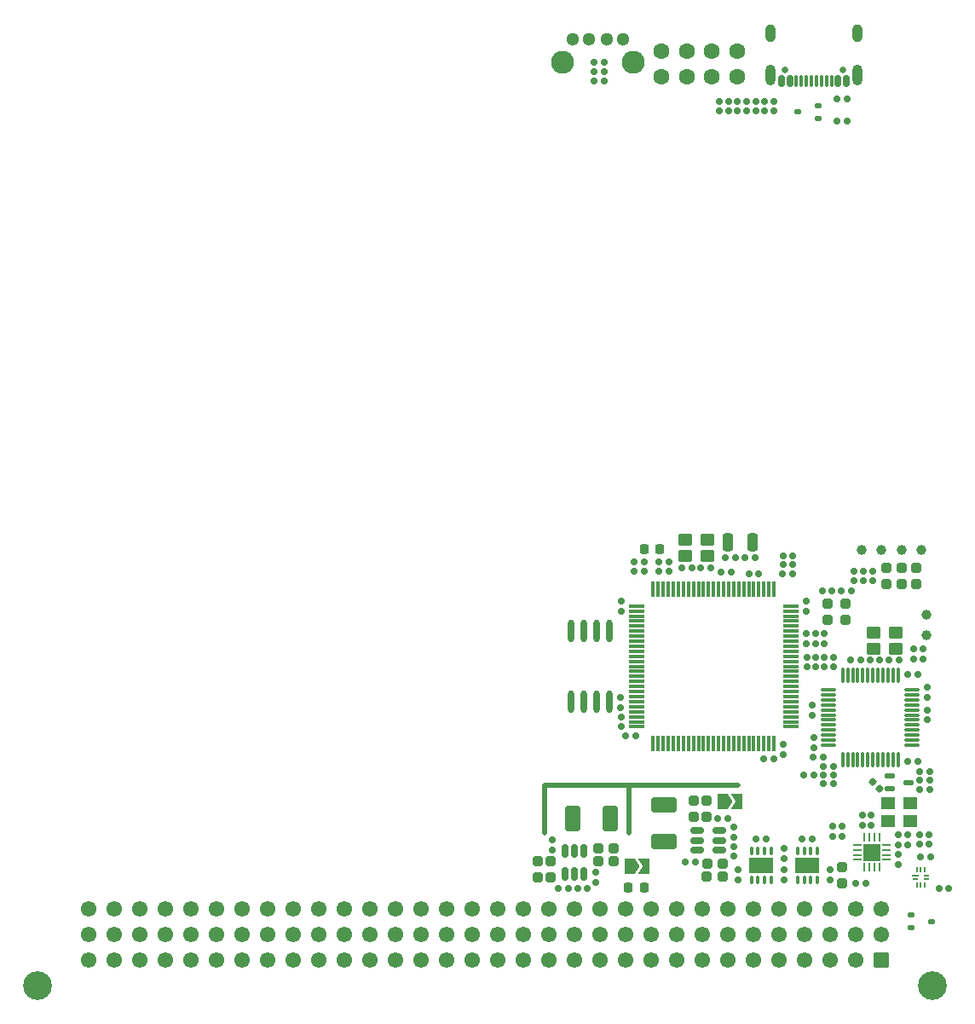
<source format=gbr>
%TF.GenerationSoftware,KiCad,Pcbnew,8.0.9-8.0.9-0~ubuntu24.04.1*%
%TF.CreationDate,2025-04-19T18:55:16+00:00*%
%TF.ProjectId,base-module,62617365-2d6d-46f6-9475-6c652e6b6963,1.0.1*%
%TF.SameCoordinates,Original*%
%TF.FileFunction,Soldermask,Top*%
%TF.FilePolarity,Negative*%
%FSLAX46Y46*%
G04 Gerber Fmt 4.6, Leading zero omitted, Abs format (unit mm)*
G04 Created by KiCad (PCBNEW 8.0.9-8.0.9-0~ubuntu24.04.1) date 2025-04-19 18:55:16*
%MOMM*%
%LPD*%
G01*
G04 APERTURE LIST*
G04 Aperture macros list*
%AMRoundRect*
0 Rectangle with rounded corners*
0 $1 Rounding radius*
0 $2 $3 $4 $5 $6 $7 $8 $9 X,Y pos of 4 corners*
0 Add a 4 corners polygon primitive as box body*
4,1,4,$2,$3,$4,$5,$6,$7,$8,$9,$2,$3,0*
0 Add four circle primitives for the rounded corners*
1,1,$1+$1,$2,$3*
1,1,$1+$1,$4,$5*
1,1,$1+$1,$6,$7*
1,1,$1+$1,$8,$9*
0 Add four rect primitives between the rounded corners*
20,1,$1+$1,$2,$3,$4,$5,0*
20,1,$1+$1,$4,$5,$6,$7,0*
20,1,$1+$1,$6,$7,$8,$9,0*
20,1,$1+$1,$8,$9,$2,$3,0*%
%AMFreePoly0*
4,1,6,1.000000,0.000000,0.500000,-0.750000,-0.500000,-0.750000,-0.500000,0.750000,0.500000,0.750000,1.000000,0.000000,1.000000,0.000000,$1*%
%AMFreePoly1*
4,1,6,0.500000,-0.750000,-0.650000,-0.750000,-0.150000,0.000000,-0.650000,0.750000,0.500000,0.750000,0.500000,-0.750000,0.500000,-0.750000,$1*%
G04 Aperture macros list end*
%ADD10C,0.500000*%
%ADD11RoundRect,0.250001X0.999999X-0.499999X0.999999X0.499999X-0.999999X0.499999X-0.999999X-0.499999X0*%
%ADD12FreePoly0,0.000000*%
%ADD13FreePoly1,0.000000*%
%ADD14C,1.000000*%
%ADD15C,1.600000*%
%ADD16RoundRect,0.159000X-0.189000X0.159000X-0.189000X-0.159000X0.189000X-0.159000X0.189000X0.159000X0*%
%ADD17RoundRect,0.159000X0.159000X0.189000X-0.159000X0.189000X-0.159000X-0.189000X0.159000X-0.189000X0*%
%ADD18RoundRect,0.159000X0.189000X-0.159000X0.189000X0.159000X-0.189000X0.159000X-0.189000X-0.159000X0*%
%ADD19RoundRect,0.159000X-0.159000X-0.189000X0.159000X-0.189000X0.159000X0.189000X-0.159000X0.189000X0*%
%ADD20RoundRect,0.239000X0.274000X-0.239000X0.274000X0.239000X-0.274000X0.239000X-0.274000X-0.239000X0*%
%ADD21RoundRect,0.220000X0.220000X0.255000X-0.220000X0.255000X-0.220000X-0.255000X0.220000X-0.255000X0*%
%ADD22R,0.663000X0.225000*%
%ADD23R,0.563000X0.225000*%
%ADD24R,0.225000X0.563000*%
%ADD25RoundRect,0.244000X-0.269000X0.244000X-0.269000X-0.244000X0.269000X-0.244000X0.269000X0.244000X0*%
%ADD26RoundRect,0.150000X-0.512500X-0.150000X0.512500X-0.150000X0.512500X0.150000X-0.512500X0.150000X0*%
%ADD27RoundRect,0.239000X-0.274000X0.239000X-0.274000X-0.239000X0.274000X-0.239000X0.274000X0.239000X0*%
%ADD28RoundRect,0.244000X0.244000X0.269000X-0.244000X0.269000X-0.244000X-0.269000X0.244000X-0.269000X0*%
%ADD29RoundRect,0.250000X0.450000X0.350000X-0.450000X0.350000X-0.450000X-0.350000X0.450000X-0.350000X0*%
%ADD30RoundRect,0.075000X-0.075000X0.662500X-0.075000X-0.662500X0.075000X-0.662500X0.075000X0.662500X0*%
%ADD31RoundRect,0.075000X-0.662500X0.075000X-0.662500X-0.075000X0.662500X-0.075000X0.662500X0.075000X0*%
%ADD32RoundRect,0.075000X-0.075000X0.725000X-0.075000X-0.725000X0.075000X-0.725000X0.075000X0.725000X0*%
%ADD33RoundRect,0.075000X-0.725000X0.075000X-0.725000X-0.075000X0.725000X-0.075000X0.725000X0.075000X0*%
%ADD34C,0.650000*%
%ADD35RoundRect,0.150000X0.150000X0.425000X-0.150000X0.425000X-0.150000X-0.425000X0.150000X-0.425000X0*%
%ADD36RoundRect,0.075000X0.075000X0.500000X-0.075000X0.500000X-0.075000X-0.500000X0.075000X-0.500000X0*%
%ADD37O,1.000000X2.100000*%
%ADD38O,1.000000X1.800000*%
%ADD39RoundRect,0.112500X-0.237500X0.112500X-0.237500X-0.112500X0.237500X-0.112500X0.237500X0.112500X0*%
%ADD40RoundRect,0.244000X-0.244000X-0.269000X0.244000X-0.269000X0.244000X0.269000X-0.244000X0.269000X0*%
%ADD41C,2.850000*%
%ADD42RoundRect,0.249999X0.525001X0.525001X-0.525001X0.525001X-0.525001X-0.525001X0.525001X-0.525001X0*%
%ADD43C,1.550000*%
%ADD44RoundRect,0.220000X-0.220000X-0.255000X0.220000X-0.255000X0.220000X0.255000X-0.220000X0.255000X0*%
%ADD45C,1.300000*%
%ADD46C,2.286000*%
%ADD47RoundRect,0.075000X-0.075000X0.350000X-0.075000X-0.350000X0.075000X-0.350000X0.075000X0.350000X0*%
%ADD48R,2.400000X1.600000*%
%ADD49RoundRect,0.250000X0.250000X-0.650000X0.250000X0.650000X-0.250000X0.650000X-0.250000X-0.650000X0*%
%ADD50RoundRect,0.159000X0.246073X0.021213X0.021213X0.246073X-0.246073X-0.021213X-0.021213X-0.246073X0*%
%ADD51R,1.400000X1.200000*%
%ADD52O,0.630000X2.250000*%
%ADD53RoundRect,0.250001X-0.499999X-0.999999X0.499999X-0.999999X0.499999X0.999999X-0.499999X0.999999X0*%
%ADD54RoundRect,0.062500X-0.062500X0.350000X-0.062500X-0.350000X0.062500X-0.350000X0.062500X0.350000X0*%
%ADD55RoundRect,0.062500X-0.350000X0.062500X-0.350000X-0.062500X0.350000X-0.062500X0.350000X0.062500X0*%
%ADD56R,1.700000X1.700000*%
%ADD57RoundRect,0.112500X0.237500X-0.112500X0.237500X0.112500X-0.237500X0.112500X-0.237500X-0.112500X0*%
%ADD58RoundRect,0.125000X0.345000X0.125000X-0.345000X0.125000X-0.345000X-0.125000X0.345000X-0.125000X0*%
%ADD59RoundRect,0.150000X-0.150000X0.512500X-0.150000X-0.512500X0.150000X-0.512500X0.150000X0.512500X0*%
G04 APERTURE END LIST*
D10*
X114500000Y-128625000D02*
X95300000Y-128625000D01*
X95300000Y-133425000D02*
X95300000Y-128625000D01*
X103700000Y-133425000D02*
X103700000Y-128625000D01*
D11*
%TO.C,L301*%
X107120720Y-134271542D03*
X107120720Y-130571542D03*
%TD*%
D12*
%TO.C,JP300*%
X103725000Y-136675000D03*
D13*
X105175000Y-136675000D03*
%TD*%
D14*
%TO.C,TP302*%
X132750000Y-105325000D03*
%TD*%
D15*
%TO.C,LED300*%
X106863600Y-55785000D03*
X109403600Y-55785000D03*
X106863600Y-58325000D03*
X109403600Y-58325000D03*
%TD*%
D16*
%TO.C,R903*%
X126850000Y-131625000D03*
X126850000Y-132625000D03*
%TD*%
D17*
%TO.C,R308*%
X127200000Y-138375000D03*
X126200000Y-138375000D03*
%TD*%
D18*
%TO.C,C501*%
X119100000Y-138075000D03*
X119100000Y-137075000D03*
%TD*%
D19*
%TO.C,R716*%
X123000000Y-128525000D03*
X124000000Y-128525000D03*
%TD*%
D16*
%TO.C,R306*%
X114070720Y-132821542D03*
X114070720Y-133821542D03*
%TD*%
D20*
%TO.C,D301*%
X124850000Y-138365000D03*
X124850000Y-136785000D03*
%TD*%
D21*
%TO.C,FB400*%
X106740000Y-105225000D03*
X105160000Y-105225000D03*
%TD*%
D18*
%TO.C,C601*%
X114550000Y-138075000D03*
X114550000Y-137075000D03*
%TD*%
D17*
%TO.C,R301*%
X97650000Y-138871508D03*
X96650000Y-138871508D03*
%TD*%
%TO.C,C408*%
X105200000Y-106475000D03*
X104200000Y-106475000D03*
%TD*%
D18*
%TO.C,R600*%
X119100000Y-135925000D03*
X119100000Y-134925000D03*
%TD*%
D19*
%TO.C,C400*%
X115575000Y-107650000D03*
X116575000Y-107650000D03*
%TD*%
D17*
%TO.C,C313*%
X114250000Y-106025000D03*
X113250000Y-106025000D03*
%TD*%
D19*
%TO.C,R801*%
X124350000Y-62675000D03*
X125350000Y-62675000D03*
%TD*%
D17*
%TO.C,C600*%
X117300000Y-134025000D03*
X116300000Y-134025000D03*
%TD*%
%TO.C,C407*%
X107675000Y-107375000D03*
X106675000Y-107375000D03*
%TD*%
D19*
%TO.C,C314*%
X115200000Y-106025000D03*
X116200000Y-106025000D03*
%TD*%
D22*
%TO.C,U801*%
X132131500Y-137600000D03*
D23*
X132081500Y-138000000D03*
D24*
X132250000Y-138568500D03*
X132650000Y-138568500D03*
X133050000Y-138568500D03*
D23*
X133218500Y-138000000D03*
X133218500Y-137600000D03*
D24*
X133050000Y-137031500D03*
X132650000Y-137031500D03*
X132250000Y-137031500D03*
%TD*%
D14*
%TO.C,TP701*%
X133250000Y-113725000D03*
%TD*%
D25*
%TO.C,C304*%
X94646542Y-136211059D03*
X94646542Y-137771059D03*
%TD*%
D16*
%TO.C,C305*%
X96090000Y-134071508D03*
X96090000Y-135071508D03*
%TD*%
D17*
%TO.C,R404*%
X119950000Y-107645000D03*
X118950000Y-107645000D03*
%TD*%
D26*
%TO.C,U301*%
X110412500Y-133168050D03*
X110412500Y-134118050D03*
X110412500Y-135068050D03*
X112687500Y-135068050D03*
X112687500Y-134118050D03*
X112687500Y-133168050D03*
%TD*%
D17*
%TO.C,C500*%
X121900000Y-134025000D03*
X120900000Y-134025000D03*
%TD*%
D16*
%TO.C,R902*%
X127750000Y-131625000D03*
X127750000Y-132625000D03*
%TD*%
D20*
%TO.C,D400*%
X129240000Y-108665000D03*
X129240000Y-107085000D03*
%TD*%
D16*
%TO.C,R700*%
X121325000Y-115925000D03*
X121325000Y-116925000D03*
%TD*%
D19*
%TO.C,R405*%
X100228400Y-58685001D03*
X101228400Y-58685001D03*
%TD*%
D18*
%TO.C,R409*%
X114450000Y-61725000D03*
X114450000Y-60725000D03*
%TD*%
%TO.C,R400*%
X113550000Y-61725000D03*
X113550000Y-60725000D03*
%TD*%
%TO.C,R411*%
X126950000Y-108375000D03*
X126950000Y-107375000D03*
%TD*%
D16*
%TO.C,C410*%
X123100000Y-113600000D03*
X123100000Y-114600000D03*
%TD*%
D27*
%TO.C,D701*%
X125175000Y-110660000D03*
X125175000Y-112240000D03*
%TD*%
D16*
%TO.C,R701*%
X124000000Y-115925000D03*
X124000000Y-116925000D03*
%TD*%
%TO.C,C405*%
X121275000Y-110350000D03*
X121275000Y-111350000D03*
%TD*%
D28*
%TO.C,C301*%
X102180000Y-136171508D03*
X100620000Y-136171508D03*
%TD*%
D18*
%TO.C,C300*%
X100400000Y-138281508D03*
X100400000Y-137281508D03*
%TD*%
D20*
%TO.C,D402*%
X132240000Y-108665000D03*
X132240000Y-107085000D03*
%TD*%
D29*
%TO.C,Y700*%
X130150000Y-113525000D03*
X127950000Y-113525000D03*
X127950000Y-115125000D03*
X130150000Y-115125000D03*
%TD*%
D30*
%TO.C,U700*%
X130400000Y-117762500D03*
X129900000Y-117762500D03*
X129400000Y-117762500D03*
X128900000Y-117762500D03*
X128400000Y-117762500D03*
X127900000Y-117762500D03*
X127400000Y-117762500D03*
X126900000Y-117762500D03*
X126400000Y-117762500D03*
X125900000Y-117762500D03*
X125400000Y-117762500D03*
X124900000Y-117762500D03*
D31*
X123487500Y-119175000D03*
X123487500Y-119675000D03*
X123487500Y-120175000D03*
X123487500Y-120675000D03*
X123487500Y-121175000D03*
X123487500Y-121675000D03*
X123487500Y-122175000D03*
X123487500Y-122675000D03*
X123487500Y-123175000D03*
X123487500Y-123675000D03*
X123487500Y-124175000D03*
X123487500Y-124675000D03*
D30*
X124900000Y-126087500D03*
X125400000Y-126087500D03*
X125900000Y-126087500D03*
X126400000Y-126087500D03*
X126900000Y-126087500D03*
X127400000Y-126087500D03*
X127900000Y-126087500D03*
X128400000Y-126087500D03*
X128900000Y-126087500D03*
X129400000Y-126087500D03*
X129900000Y-126087500D03*
X130400000Y-126087500D03*
D31*
X131812500Y-124675000D03*
X131812500Y-124175000D03*
X131812500Y-123675000D03*
X131812500Y-123175000D03*
X131812500Y-122675000D03*
X131812500Y-122175000D03*
X131812500Y-121675000D03*
X131812500Y-121175000D03*
X131812500Y-120675000D03*
X131812500Y-120175000D03*
X131812500Y-119675000D03*
X131812500Y-119175000D03*
%TD*%
D14*
%TO.C,TP700*%
X133250000Y-111725000D03*
%TD*%
D19*
%TO.C,R707*%
X122850000Y-109375000D03*
X123850000Y-109375000D03*
%TD*%
D32*
%TO.C,U400*%
X118075000Y-109175000D03*
X117575000Y-109175000D03*
X117075000Y-109175000D03*
X116575000Y-109175000D03*
X116075000Y-109175000D03*
X115575000Y-109175000D03*
X115075000Y-109175000D03*
X114575000Y-109175000D03*
X114075000Y-109175000D03*
X113575000Y-109175000D03*
X113075000Y-109175000D03*
X112575000Y-109175000D03*
X112075000Y-109175000D03*
X111575000Y-109175000D03*
X111075000Y-109175000D03*
X110575000Y-109175000D03*
X110075000Y-109175000D03*
X109575000Y-109175000D03*
X109075000Y-109175000D03*
X108575000Y-109175000D03*
X108075000Y-109175000D03*
X107575000Y-109175000D03*
X107075000Y-109175000D03*
X106575000Y-109175000D03*
X106075000Y-109175000D03*
D33*
X104400000Y-110850000D03*
X104400000Y-111350000D03*
X104400000Y-111850000D03*
X104400000Y-112350000D03*
X104400000Y-112850000D03*
X104400000Y-113350000D03*
X104400000Y-113850000D03*
X104400000Y-114350000D03*
X104400000Y-114850000D03*
X104400000Y-115350000D03*
X104400000Y-115850000D03*
X104400000Y-116350000D03*
X104400000Y-116850000D03*
X104400000Y-117350000D03*
X104400000Y-117850000D03*
X104400000Y-118350000D03*
X104400000Y-118850000D03*
X104400000Y-119350000D03*
X104400000Y-119850000D03*
X104400000Y-120350000D03*
X104400000Y-120850000D03*
X104400000Y-121350000D03*
X104400000Y-121850000D03*
X104400000Y-122350000D03*
X104400000Y-122850000D03*
D32*
X106075000Y-124525000D03*
X106575000Y-124525000D03*
X107075000Y-124525000D03*
X107575000Y-124525000D03*
X108075000Y-124525000D03*
X108575000Y-124525000D03*
X109075000Y-124525000D03*
X109575000Y-124525000D03*
X110075000Y-124525000D03*
X110575000Y-124525000D03*
X111075000Y-124525000D03*
X111575000Y-124525000D03*
X112075000Y-124525000D03*
X112575000Y-124525000D03*
X113075000Y-124525000D03*
X113575000Y-124525000D03*
X114075000Y-124525000D03*
X114575000Y-124525000D03*
X115075000Y-124525000D03*
X115575000Y-124525000D03*
X116075000Y-124525000D03*
X116575000Y-124525000D03*
X117075000Y-124525000D03*
X117575000Y-124525000D03*
X118075000Y-124525000D03*
D33*
X119750000Y-122850000D03*
X119750000Y-122350000D03*
X119750000Y-121850000D03*
X119750000Y-121350000D03*
X119750000Y-120850000D03*
X119750000Y-120350000D03*
X119750000Y-119850000D03*
X119750000Y-119350000D03*
X119750000Y-118850000D03*
X119750000Y-118350000D03*
X119750000Y-117850000D03*
X119750000Y-117350000D03*
X119750000Y-116850000D03*
X119750000Y-116350000D03*
X119750000Y-115850000D03*
X119750000Y-115350000D03*
X119750000Y-114850000D03*
X119750000Y-114350000D03*
X119750000Y-113850000D03*
X119750000Y-113350000D03*
X119750000Y-112850000D03*
X119750000Y-112350000D03*
X119750000Y-111850000D03*
X119750000Y-111350000D03*
X119750000Y-110850000D03*
%TD*%
D17*
%TO.C,C409*%
X105200000Y-107375000D03*
X104200000Y-107375000D03*
%TD*%
%TO.C,C708*%
X128600000Y-116235000D03*
X127600000Y-116235000D03*
%TD*%
D16*
%TO.C,R705*%
X132900000Y-115125000D03*
X132900000Y-116125000D03*
%TD*%
%TO.C,R307*%
X114070720Y-134721542D03*
X114070720Y-135721542D03*
%TD*%
D19*
%TO.C,R711*%
X132550000Y-128175000D03*
X133550000Y-128175000D03*
%TD*%
%TO.C,R710*%
X132550000Y-127275000D03*
X133550000Y-127275000D03*
%TD*%
%TO.C,R715*%
X123000000Y-127650000D03*
X124000000Y-127650000D03*
%TD*%
D16*
%TO.C,C801*%
X116250000Y-60725000D03*
X116250000Y-61725000D03*
%TD*%
D14*
%TO.C,TP300*%
X128750000Y-105325000D03*
%TD*%
D18*
%TO.C,C402*%
X102875000Y-111350000D03*
X102875000Y-110350000D03*
%TD*%
D12*
%TO.C,JP301*%
X112970720Y-130225000D03*
D13*
X114420720Y-130225000D03*
%TD*%
D34*
%TO.C,J800*%
X124940000Y-57640000D03*
X119160000Y-57640000D03*
D35*
X125250000Y-58715000D03*
X124450000Y-58715000D03*
D36*
X123300000Y-58715000D03*
X122300000Y-58715000D03*
X121800000Y-58715000D03*
X120800000Y-58715000D03*
D35*
X119650000Y-58715000D03*
X118850000Y-58715000D03*
X118850000Y-58715000D03*
X119650000Y-58715000D03*
D36*
X120300000Y-58715000D03*
X121300000Y-58715000D03*
X122800000Y-58715000D03*
X123800000Y-58715000D03*
D35*
X124450000Y-58715000D03*
X125250000Y-58715000D03*
D37*
X126370000Y-58140000D03*
D38*
X126370000Y-53960000D03*
D37*
X117730000Y-58140000D03*
D38*
X117730000Y-53960000D03*
%TD*%
D19*
%TO.C,C311*%
X109270720Y-136281542D03*
X110270720Y-136281542D03*
%TD*%
D14*
%TO.C,TP301*%
X130750000Y-105325000D03*
%TD*%
D39*
%TO.C,U402*%
X131707500Y-141512501D03*
X131707500Y-142812501D03*
X133707500Y-142162501D03*
%TD*%
D19*
%TO.C,C707*%
X129500000Y-116225000D03*
X130500000Y-116225000D03*
%TD*%
D16*
%TO.C,R901*%
X123900000Y-132725000D03*
X123900000Y-133725000D03*
%TD*%
D17*
%TO.C,R709*%
X133550000Y-129075000D03*
X132550000Y-129075000D03*
%TD*%
D16*
%TO.C,R805*%
X117150000Y-60725000D03*
X117150000Y-61725000D03*
%TD*%
%TO.C,R800*%
X118050000Y-60725000D03*
X118050000Y-61725000D03*
%TD*%
D40*
%TO.C,C310*%
X111420720Y-136481542D03*
X112980720Y-136481542D03*
%TD*%
D16*
%TO.C,R402*%
X122200000Y-113600000D03*
X122200000Y-114600000D03*
%TD*%
D18*
%TO.C,R702*%
X133300000Y-122175000D03*
X133300000Y-121175000D03*
%TD*%
D40*
%TO.C,C309*%
X111410271Y-137725000D03*
X112970271Y-137725000D03*
%TD*%
D18*
%TO.C,C900*%
X130450000Y-134575000D03*
X130450000Y-133575000D03*
%TD*%
D16*
%TO.C,C404*%
X118975000Y-124600000D03*
X118975000Y-125600000D03*
%TD*%
%TO.C,R802*%
X132550000Y-133525000D03*
X132550000Y-134525000D03*
%TD*%
D19*
%TO.C,C701*%
X131350000Y-117625000D03*
X132350000Y-117625000D03*
%TD*%
D17*
%TO.C,R300*%
X99550000Y-138871508D03*
X98550000Y-138871508D03*
%TD*%
D41*
%TO.C,J200*%
X133820000Y-148515000D03*
X44920000Y-148515000D03*
D42*
X128740000Y-145975000D03*
D43*
X126200000Y-145975000D03*
X123660000Y-145975000D03*
X121120000Y-145975000D03*
X118580000Y-145975000D03*
X116040000Y-145975000D03*
X113500000Y-145975000D03*
X110960000Y-145975000D03*
X108420000Y-145975000D03*
X105880000Y-145975000D03*
X103340000Y-145975000D03*
X100800000Y-145975000D03*
X98260000Y-145975000D03*
X95720000Y-145975000D03*
X93180000Y-145975000D03*
X90640000Y-145975000D03*
X88100000Y-145975000D03*
X85560000Y-145975000D03*
X83020000Y-145975000D03*
X80480000Y-145975000D03*
X77940000Y-145975000D03*
X75400000Y-145975000D03*
X72860000Y-145975000D03*
X70320000Y-145975000D03*
X67780000Y-145975000D03*
X65240000Y-145975000D03*
X62700000Y-145975000D03*
X60160000Y-145975000D03*
X57620000Y-145975000D03*
X55080000Y-145975000D03*
X52540000Y-145975000D03*
X50000000Y-145975000D03*
X128740000Y-143435000D03*
X126200000Y-143435000D03*
X123660000Y-143435000D03*
X121120000Y-143435000D03*
X118580000Y-143435000D03*
X116040000Y-143435000D03*
X113500000Y-143435000D03*
X110960000Y-143435000D03*
X108420000Y-143435000D03*
X105880000Y-143435000D03*
X103340000Y-143435000D03*
X100800000Y-143435000D03*
X98260000Y-143435000D03*
X95720000Y-143435000D03*
X93180000Y-143435000D03*
X90640000Y-143435000D03*
X88100000Y-143435000D03*
X85560000Y-143435000D03*
X83020000Y-143435000D03*
X80480000Y-143435000D03*
X77940000Y-143435000D03*
X75400000Y-143435000D03*
X72860000Y-143435000D03*
X70320000Y-143435000D03*
X67780000Y-143435000D03*
X65240000Y-143435000D03*
X62700000Y-143435000D03*
X60160000Y-143435000D03*
X57620000Y-143435000D03*
X55080000Y-143435000D03*
X52540000Y-143435000D03*
X50000000Y-143435000D03*
X128740000Y-140895000D03*
X126200000Y-140895000D03*
X123660000Y-140895000D03*
X121120000Y-140895000D03*
X118580000Y-140895000D03*
X116040000Y-140895000D03*
X113500000Y-140895000D03*
X110960000Y-140895000D03*
X108420000Y-140895000D03*
X105880000Y-140895000D03*
X103340000Y-140895000D03*
X100800000Y-140895000D03*
X98260000Y-140895000D03*
X95720000Y-140895000D03*
X93180000Y-140895000D03*
X90640000Y-140895000D03*
X88100000Y-140895000D03*
X85560000Y-140895000D03*
X83020000Y-140895000D03*
X80480000Y-140895000D03*
X77940000Y-140895000D03*
X75400000Y-140895000D03*
X72860000Y-140895000D03*
X70320000Y-140895000D03*
X67780000Y-140895000D03*
X65240000Y-140895000D03*
X62700000Y-140895000D03*
X60160000Y-140895000D03*
X57620000Y-140895000D03*
X55080000Y-140895000D03*
X52540000Y-140895000D03*
X50000000Y-140895000D03*
%TD*%
D19*
%TO.C,C700*%
X122000000Y-125875000D03*
X123000000Y-125875000D03*
%TD*%
D18*
%TO.C,R500*%
X123650000Y-138075000D03*
X123650000Y-137075000D03*
%TD*%
D17*
%TO.C,C406*%
X107675000Y-106475000D03*
X106675000Y-106475000D03*
%TD*%
%TO.C,C411*%
X109925000Y-107025000D03*
X108925000Y-107025000D03*
%TD*%
D16*
%TO.C,C704*%
X133290000Y-118922500D03*
X133290000Y-119922500D03*
%TD*%
D18*
%TO.C,C902*%
X131350000Y-134575000D03*
X131350000Y-133575000D03*
%TD*%
D19*
%TO.C,C312*%
X132650000Y-135775000D03*
X133650000Y-135775000D03*
%TD*%
D18*
%TO.C,C702*%
X122010000Y-124927500D03*
X122010000Y-123927500D03*
%TD*%
D16*
%TO.C,R706*%
X131950000Y-115125000D03*
X131950000Y-116125000D03*
%TD*%
D18*
%TO.C,R803*%
X133450000Y-134525000D03*
X133450000Y-133525000D03*
%TD*%
D25*
%TO.C,C307*%
X110108674Y-130191542D03*
X110108674Y-131751542D03*
%TD*%
D17*
%TO.C,C306*%
X113480720Y-131971542D03*
X112480720Y-131971542D03*
%TD*%
D18*
%TO.C,R401*%
X121300000Y-114600000D03*
X121300000Y-113600000D03*
%TD*%
D44*
%TO.C,F300*%
X103610000Y-138775000D03*
X105190000Y-138775000D03*
%TD*%
D19*
%TO.C,R714*%
X123000000Y-126775000D03*
X124000000Y-126775000D03*
%TD*%
D16*
%TO.C,R900*%
X124800000Y-132725000D03*
X124800000Y-133725000D03*
%TD*%
D19*
%TO.C,C414*%
X117075000Y-126050000D03*
X118075000Y-126050000D03*
%TD*%
D45*
%TO.C,SW400*%
X103080000Y-54575000D03*
X101450000Y-54575000D03*
X99710000Y-54575000D03*
X98080000Y-54575000D03*
D46*
X104080000Y-56825000D03*
X97080000Y-56825000D03*
%TD*%
D47*
%TO.C,U600*%
X117775000Y-135175000D03*
X117125000Y-135175000D03*
X116475000Y-135175000D03*
X115825000Y-135175000D03*
X115825000Y-138075000D03*
X116475000Y-138075000D03*
X117125000Y-138075000D03*
X117775000Y-138075000D03*
D48*
X116800000Y-136625000D03*
%TD*%
D49*
%TO.C,X300*%
X113475000Y-104550000D03*
X115975000Y-104550000D03*
%TD*%
D17*
%TO.C,R406*%
X101228400Y-56885001D03*
X100228400Y-56885001D03*
%TD*%
D18*
%TO.C,R412*%
X126050000Y-108375000D03*
X126050000Y-107375000D03*
%TD*%
%TO.C,C706*%
X122200000Y-116925000D03*
X122200000Y-115925000D03*
%TD*%
D19*
%TO.C,C800*%
X124350000Y-60525000D03*
X125350000Y-60525000D03*
%TD*%
D28*
%TO.C,C302*%
X102180000Y-134909462D03*
X100620000Y-134909462D03*
%TD*%
D19*
%TO.C,C401*%
X112825000Y-107475000D03*
X113825000Y-107475000D03*
%TD*%
%TO.C,C705*%
X125700000Y-116235000D03*
X126700000Y-116235000D03*
%TD*%
D50*
%TO.C,R712*%
X128553553Y-129028553D03*
X127846447Y-128321447D03*
%TD*%
D29*
%TO.C,X400*%
X111475000Y-104250000D03*
X109275000Y-104250000D03*
X109275000Y-105850000D03*
X111475000Y-105850000D03*
%TD*%
D16*
%TO.C,R708*%
X121900000Y-120675000D03*
X121900000Y-121675000D03*
%TD*%
D17*
%TO.C,C403*%
X104325000Y-123750000D03*
X103325000Y-123750000D03*
%TD*%
D18*
%TO.C,R410*%
X127850000Y-108375000D03*
X127850000Y-107375000D03*
%TD*%
D51*
%TO.C,Y900*%
X131600000Y-130475000D03*
X129400000Y-130475000D03*
X129400000Y-132175000D03*
X131600000Y-132175000D03*
%TD*%
D47*
%TO.C,U500*%
X122375000Y-135175000D03*
X121725000Y-135175000D03*
X121075000Y-135175000D03*
X120425000Y-135175000D03*
X120425000Y-138075000D03*
X121075000Y-138075000D03*
X121725000Y-138075000D03*
X122375000Y-138075000D03*
D48*
X121400000Y-136625000D03*
%TD*%
D14*
%TO.C,TP400*%
X126750000Y-105325000D03*
%TD*%
D19*
%TO.C,R713*%
X124750000Y-109375000D03*
X125750000Y-109375000D03*
%TD*%
%TO.C,C412*%
X110825000Y-107025000D03*
X111825000Y-107025000D03*
%TD*%
%TO.C,C415*%
X118960000Y-105865000D03*
X119960000Y-105865000D03*
%TD*%
D52*
%TO.C,U100*%
X101705000Y-113320000D03*
X100435000Y-113320000D03*
X99155000Y-113320000D03*
X97885000Y-113320000D03*
X97885000Y-120380000D03*
X99155000Y-120380000D03*
X100435000Y-120380000D03*
X101705000Y-120380000D03*
%TD*%
D20*
%TO.C,D700*%
X123425000Y-112240000D03*
X123425000Y-110660000D03*
%TD*%
D16*
%TO.C,C413*%
X102875000Y-121850000D03*
X102875000Y-122850000D03*
%TD*%
D53*
%TO.C,L300*%
X98100000Y-131921508D03*
X101800000Y-131921508D03*
%TD*%
D18*
%TO.C,C100*%
X102850000Y-120925000D03*
X102850000Y-119925000D03*
%TD*%
D54*
%TO.C,U302*%
X128550000Y-133850000D03*
X128050000Y-133850000D03*
X127550000Y-133850000D03*
X127050000Y-133850000D03*
D55*
X126337500Y-134562500D03*
X126337500Y-135062500D03*
X126337500Y-135562500D03*
X126337500Y-136062500D03*
D54*
X127050000Y-136775000D03*
X127550000Y-136775000D03*
X128050000Y-136775000D03*
X128550000Y-136775000D03*
D55*
X129262500Y-136062500D03*
X129262500Y-135562500D03*
X129262500Y-135062500D03*
X129262500Y-134562500D03*
D56*
X127800000Y-135312500D03*
%TD*%
D57*
%TO.C,U401*%
X122470000Y-62435001D03*
X122470000Y-61135001D03*
X120470000Y-61785001D03*
%TD*%
D19*
%TO.C,C703*%
X131350000Y-126275000D03*
X132350000Y-126275000D03*
%TD*%
D20*
%TO.C,D401*%
X130750000Y-108665000D03*
X130750000Y-107085000D03*
%TD*%
D18*
%TO.C,R408*%
X115350000Y-61725000D03*
X115350000Y-60725000D03*
%TD*%
D17*
%TO.C,R403*%
X119960000Y-106765000D03*
X118960000Y-106765000D03*
%TD*%
D18*
%TO.C,R703*%
X123100000Y-116925000D03*
X123100000Y-115925000D03*
%TD*%
D25*
%TO.C,C308*%
X111370720Y-130191542D03*
X111370720Y-131751542D03*
%TD*%
D18*
%TO.C,R407*%
X112650000Y-61725000D03*
X112650000Y-60725000D03*
%TD*%
D58*
%TO.C,Q700*%
X129600000Y-127725000D03*
X129600000Y-129025000D03*
X131400000Y-128375000D03*
%TD*%
D16*
%TO.C,C904*%
X130450000Y-135525000D03*
X130450000Y-136525000D03*
%TD*%
D17*
%TO.C,C416*%
X101228400Y-57785001D03*
X100228400Y-57785001D03*
%TD*%
D19*
%TO.C,R804*%
X134450000Y-138925000D03*
X135450000Y-138925000D03*
%TD*%
D59*
%TO.C,U300*%
X99203492Y-135213288D03*
X98253492Y-135213288D03*
X97303492Y-135213288D03*
X97303492Y-137488288D03*
X98253492Y-137488288D03*
X99203492Y-137488288D03*
%TD*%
D25*
%TO.C,C303*%
X95890000Y-136221508D03*
X95890000Y-137781508D03*
%TD*%
D15*
%TO.C,LED301*%
X111913600Y-55785000D03*
X114453600Y-55785000D03*
X111913600Y-58325000D03*
X114453600Y-58325000D03*
%TD*%
D19*
%TO.C,R704*%
X121050000Y-127650000D03*
X122050000Y-127650000D03*
%TD*%
M02*

</source>
